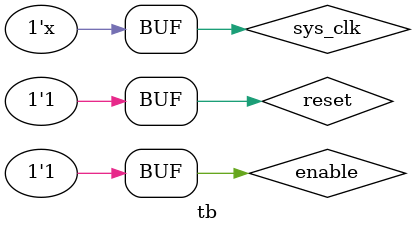
<source format=v>
`timescale 1ns / 1ps


module tb( );
    reg reset;
    reg enable;
    reg sys_clk;
    wire[31:0] coord_r;
    wire[31:0] coord_g;
    wire[31:0] coord_b;
    wire[31:0] coord_y;
    wire ready_r;
    wire ready_g;
    wire ready_b;
    wire ready_y;
    
    design_1_wrapper dut
    (.RESET(reset),
     .EN(enable),
     .CLK(sys_clk),
     .COLOR_RED(2'b00),
     .COLOR_GREEN(2'b01),
     .COLOR_BLUE(2'b10),
     .COLOR_YELLOW(2'b11),
     .COORD_RED(coord_r),
     .COORD_GREEN(coord_g),
     .COORD_BLUE(coord_b),
     .COORD_YELLOW(coord_y),
     .READY_RED(ready_r),
     .READY_GREEN(ready_g),
     .READY_BLUE(ready_b),
     .READY_YELLOW(ready_y)
     );
     
     always #5 sys_clk = ~sys_clk;
         
     initial
        begin
            sys_clk = 1'b0;
            reset = 1'b1;
            enable = 1'b0;
            #2 enable = 1'b1;
        end
endmodule

</source>
